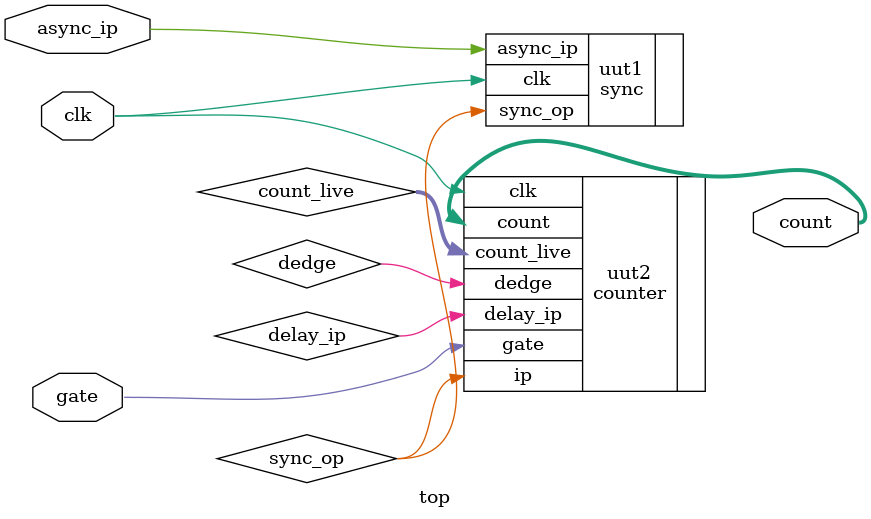
<source format=v>
`timescale 1ns / 1ps


module top(
    input async_ip,
    input clk,
    input gate,
    output wire [15:0] count
    );
    //reg async_ip;
    //reg clk;
    wire sync_op;
    wire delay_ip;
    wire dedge;
    //wire [15:0] count;
    //reg gate;
    wire [15:0] count_live;
    //output reg uart_tx;
    
    //assign uart_tx = count[0:7];
    
    sync uut1(
        .async_ip(async_ip),
        .clk(clk),
        .sync_op(sync_op));
    
    counter uut2(
        .ip(sync_op),
        .clk(clk),
        .gate(gate),
        //.sync_op(sync_op),
        .delay_ip(delay_ip),
        .dedge(dedge),
        .count(count),
        .count_live(count_live)
        );
    
    //initial begin
        /*clk=0;
        async_ip=0;
        gate=0;
        #0.35 async_ip=1;
        #1 async_ip=0;
        #1.35 async_ip=1;
        #1 async_ip=0;
        #0.1 gate=0;
        #0.1 gate=1;
        #0.35 async_ip=1;
        #1 async_ip=0;
        #0.1 gate=0;
        #1.35 async_ip=1;
        #1 async_ip=0;
        #0.1 gate=0;
        #10000
        clk=0;
        async_ip=0;
        gate=0;
        #0.35 async_ip=1;
        #1 async_ip=0;
        #1 gate=1;
        #1.35 async_ip=1;
        #1 async_ip=0;
        #1.35 async_ip=1;
        #1 async_ip=0;
        #1 gate=0;
    end*/
    
    /*always
    begin
        clk=~clk;
        #0.1;
    end*/
    
endmodule

</source>
